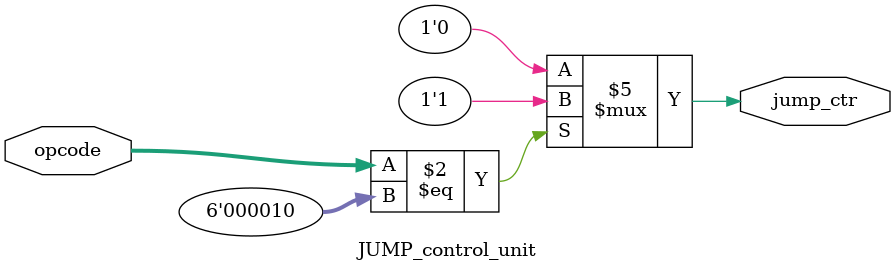
<source format=v>
module JUMP_control_unit(opcode,jump_ctr);
input [5:0] opcode;
output reg jump_ctr;

initial
begin
jump_ctr <= 0;
end

always @ (*)
begin
if(opcode == 2)
	jump_ctr <= 1;
else
	jump_ctr <= 0;
end 
endmodule

</source>
